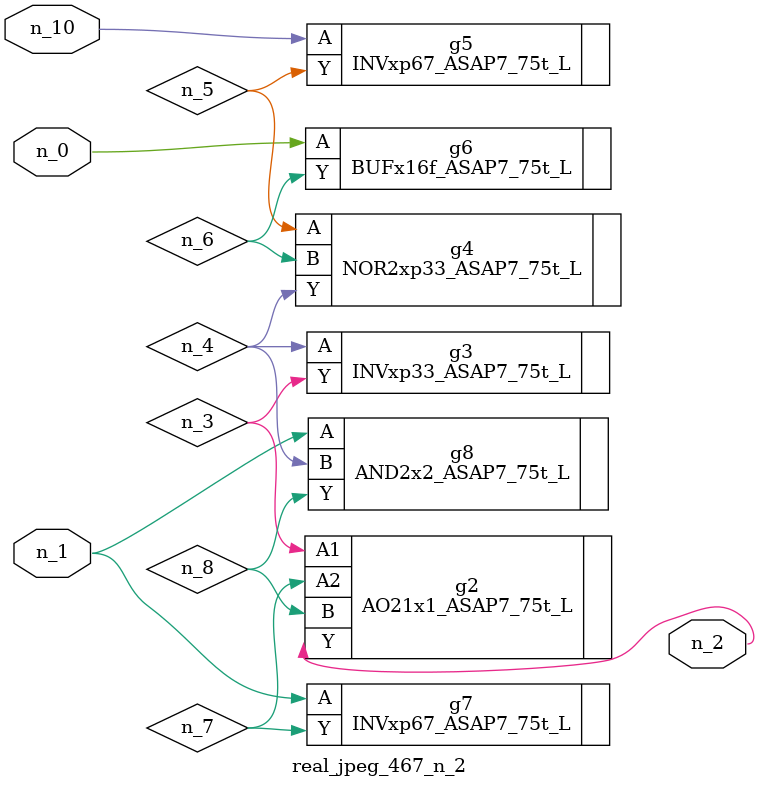
<source format=v>
module real_jpeg_467_n_2 (n_1, n_10, n_0, n_2);

input n_1;
input n_10;
input n_0;

output n_2;

wire n_5;
wire n_4;
wire n_8;
wire n_6;
wire n_7;
wire n_3;

BUFx16f_ASAP7_75t_L g6 ( 
.A(n_0),
.Y(n_6)
);

INVxp67_ASAP7_75t_L g7 ( 
.A(n_1),
.Y(n_7)
);

AND2x2_ASAP7_75t_L g8 ( 
.A(n_1),
.B(n_4),
.Y(n_8)
);

AO21x1_ASAP7_75t_L g2 ( 
.A1(n_3),
.A2(n_7),
.B(n_8),
.Y(n_2)
);

INVxp33_ASAP7_75t_L g3 ( 
.A(n_4),
.Y(n_3)
);

NOR2xp33_ASAP7_75t_L g4 ( 
.A(n_5),
.B(n_6),
.Y(n_4)
);

INVxp67_ASAP7_75t_L g5 ( 
.A(n_10),
.Y(n_5)
);


endmodule
</source>
